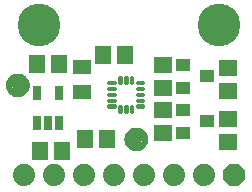
<source format=gbr>
G04 EAGLE Gerber RS-274X export*
G75*
%MOMM*%
%FSLAX34Y34*%
%LPD*%
%INSoldermask Top*%
%IPPOS*%
%AMOC8*
5,1,8,0,0,1.08239X$1,22.5*%
G01*
%ADD10C,0.225022*%
%ADD11R,1.401600X1.601600*%
%ADD12R,0.651600X1.301600*%
%ADD13R,1.601600X1.401600*%
%ADD14R,1.301600X1.101600*%
%ADD15C,1.101600*%
%ADD16C,0.500000*%
%ADD17C,3.617600*%
%ADD18R,1.601600X1.301600*%
%ADD19P,2.034460X8X292.500000*%
%ADD20C,1.879600*%


D10*
X89528Y103347D02*
X84262Y103347D01*
X84262Y104613D01*
X89528Y104613D01*
X89528Y103347D01*
X89528Y98347D02*
X84262Y98347D01*
X84262Y99613D01*
X89528Y99613D01*
X89528Y98347D01*
X89528Y93347D02*
X84262Y93347D01*
X84262Y94613D01*
X89528Y94613D01*
X89528Y93347D01*
X89528Y88347D02*
X84262Y88347D01*
X84262Y89613D01*
X89528Y89613D01*
X89528Y88347D01*
X89528Y83347D02*
X84262Y83347D01*
X84262Y84613D01*
X89528Y84613D01*
X89528Y83347D01*
X94693Y84448D02*
X94693Y79182D01*
X93427Y79182D01*
X93427Y84448D01*
X94693Y84448D01*
X94693Y81319D02*
X93427Y81319D01*
X93427Y83456D02*
X94693Y83456D01*
X99693Y84448D02*
X99693Y79182D01*
X98427Y79182D01*
X98427Y84448D01*
X99693Y84448D01*
X99693Y81319D02*
X98427Y81319D01*
X98427Y83456D02*
X99693Y83456D01*
X104693Y84448D02*
X104693Y79182D01*
X103427Y79182D01*
X103427Y84448D01*
X104693Y84448D01*
X104693Y81319D02*
X103427Y81319D01*
X103427Y83456D02*
X104693Y83456D01*
X108592Y84613D02*
X113858Y84613D01*
X113858Y83347D01*
X108592Y83347D01*
X108592Y84613D01*
X108592Y89613D02*
X113858Y89613D01*
X113858Y88347D01*
X108592Y88347D01*
X108592Y89613D01*
X108592Y94613D02*
X113858Y94613D01*
X113858Y93347D01*
X108592Y93347D01*
X108592Y94613D01*
X108592Y99613D02*
X113858Y99613D01*
X113858Y98347D01*
X108592Y98347D01*
X108592Y99613D01*
X108592Y104613D02*
X113858Y104613D01*
X113858Y103347D01*
X108592Y103347D01*
X108592Y104613D01*
X103427Y103512D02*
X103427Y108778D01*
X104693Y108778D01*
X104693Y103512D01*
X103427Y103512D01*
X103427Y105649D02*
X104693Y105649D01*
X104693Y107786D02*
X103427Y107786D01*
X98427Y108778D02*
X98427Y103512D01*
X98427Y108778D02*
X99693Y108778D01*
X99693Y103512D01*
X98427Y103512D01*
X98427Y105649D02*
X99693Y105649D01*
X99693Y107786D02*
X98427Y107786D01*
X93427Y108778D02*
X93427Y103512D01*
X93427Y108778D02*
X94693Y108778D01*
X94693Y103512D01*
X93427Y103512D01*
X93427Y105649D02*
X94693Y105649D01*
X94693Y107786D02*
X93427Y107786D01*
D11*
X79400Y127000D03*
X98400Y127000D03*
X26060Y45720D03*
X45060Y45720D03*
D12*
X23520Y69549D03*
X33020Y69549D03*
X42520Y69549D03*
X42520Y95551D03*
X23520Y95551D03*
D13*
X185420Y116180D03*
X185420Y97180D03*
X185420Y73000D03*
X185420Y54000D03*
X130810Y80620D03*
X130810Y61620D03*
X130810Y99720D03*
X130810Y118720D03*
D14*
X167480Y109220D03*
X147480Y99720D03*
X147480Y118720D03*
X167480Y71120D03*
X147480Y61620D03*
X147480Y80620D03*
D11*
X23520Y119380D03*
X42520Y119380D03*
D15*
X7620Y101600D03*
D16*
X7620Y109100D02*
X7439Y109098D01*
X7258Y109091D01*
X7077Y109080D01*
X6896Y109065D01*
X6716Y109045D01*
X6536Y109021D01*
X6357Y108993D01*
X6179Y108960D01*
X6002Y108923D01*
X5825Y108882D01*
X5650Y108837D01*
X5475Y108787D01*
X5302Y108733D01*
X5131Y108675D01*
X4960Y108613D01*
X4792Y108546D01*
X4625Y108476D01*
X4459Y108402D01*
X4296Y108323D01*
X4135Y108241D01*
X3975Y108155D01*
X3818Y108065D01*
X3663Y107971D01*
X3510Y107874D01*
X3360Y107772D01*
X3212Y107668D01*
X3066Y107559D01*
X2924Y107448D01*
X2784Y107332D01*
X2647Y107214D01*
X2512Y107092D01*
X2381Y106967D01*
X2253Y106839D01*
X2128Y106708D01*
X2006Y106573D01*
X1888Y106436D01*
X1772Y106296D01*
X1661Y106154D01*
X1552Y106008D01*
X1448Y105860D01*
X1346Y105710D01*
X1249Y105557D01*
X1155Y105402D01*
X1065Y105245D01*
X979Y105085D01*
X897Y104924D01*
X818Y104761D01*
X744Y104595D01*
X674Y104428D01*
X607Y104260D01*
X545Y104089D01*
X487Y103918D01*
X433Y103745D01*
X383Y103570D01*
X338Y103395D01*
X297Y103218D01*
X260Y103041D01*
X227Y102863D01*
X199Y102684D01*
X175Y102504D01*
X155Y102324D01*
X140Y102143D01*
X129Y101962D01*
X122Y101781D01*
X120Y101600D01*
X7620Y109100D02*
X7801Y109098D01*
X7982Y109091D01*
X8163Y109080D01*
X8344Y109065D01*
X8524Y109045D01*
X8704Y109021D01*
X8883Y108993D01*
X9061Y108960D01*
X9238Y108923D01*
X9415Y108882D01*
X9590Y108837D01*
X9765Y108787D01*
X9938Y108733D01*
X10109Y108675D01*
X10280Y108613D01*
X10448Y108546D01*
X10615Y108476D01*
X10781Y108402D01*
X10944Y108323D01*
X11105Y108241D01*
X11265Y108155D01*
X11422Y108065D01*
X11577Y107971D01*
X11730Y107874D01*
X11880Y107772D01*
X12028Y107668D01*
X12174Y107559D01*
X12316Y107448D01*
X12456Y107332D01*
X12593Y107214D01*
X12728Y107092D01*
X12859Y106967D01*
X12987Y106839D01*
X13112Y106708D01*
X13234Y106573D01*
X13352Y106436D01*
X13468Y106296D01*
X13579Y106154D01*
X13688Y106008D01*
X13792Y105860D01*
X13894Y105710D01*
X13991Y105557D01*
X14085Y105402D01*
X14175Y105245D01*
X14261Y105085D01*
X14343Y104924D01*
X14422Y104761D01*
X14496Y104595D01*
X14566Y104428D01*
X14633Y104260D01*
X14695Y104089D01*
X14753Y103918D01*
X14807Y103745D01*
X14857Y103570D01*
X14902Y103395D01*
X14943Y103218D01*
X14980Y103041D01*
X15013Y102863D01*
X15041Y102684D01*
X15065Y102504D01*
X15085Y102324D01*
X15100Y102143D01*
X15111Y101962D01*
X15118Y101781D01*
X15120Y101600D01*
X15118Y101419D01*
X15111Y101238D01*
X15100Y101057D01*
X15085Y100876D01*
X15065Y100696D01*
X15041Y100516D01*
X15013Y100337D01*
X14980Y100159D01*
X14943Y99982D01*
X14902Y99805D01*
X14857Y99630D01*
X14807Y99455D01*
X14753Y99282D01*
X14695Y99111D01*
X14633Y98940D01*
X14566Y98772D01*
X14496Y98605D01*
X14422Y98439D01*
X14343Y98276D01*
X14261Y98115D01*
X14175Y97955D01*
X14085Y97798D01*
X13991Y97643D01*
X13894Y97490D01*
X13792Y97340D01*
X13688Y97192D01*
X13579Y97046D01*
X13468Y96904D01*
X13352Y96764D01*
X13234Y96627D01*
X13112Y96492D01*
X12987Y96361D01*
X12859Y96233D01*
X12728Y96108D01*
X12593Y95986D01*
X12456Y95868D01*
X12316Y95752D01*
X12174Y95641D01*
X12028Y95532D01*
X11880Y95428D01*
X11730Y95326D01*
X11577Y95229D01*
X11422Y95135D01*
X11265Y95045D01*
X11105Y94959D01*
X10944Y94877D01*
X10781Y94798D01*
X10615Y94724D01*
X10448Y94654D01*
X10280Y94587D01*
X10109Y94525D01*
X9938Y94467D01*
X9765Y94413D01*
X9590Y94363D01*
X9415Y94318D01*
X9238Y94277D01*
X9061Y94240D01*
X8883Y94207D01*
X8704Y94179D01*
X8524Y94155D01*
X8344Y94135D01*
X8163Y94120D01*
X7982Y94109D01*
X7801Y94102D01*
X7620Y94100D01*
X7439Y94102D01*
X7258Y94109D01*
X7077Y94120D01*
X6896Y94135D01*
X6716Y94155D01*
X6536Y94179D01*
X6357Y94207D01*
X6179Y94240D01*
X6002Y94277D01*
X5825Y94318D01*
X5650Y94363D01*
X5475Y94413D01*
X5302Y94467D01*
X5131Y94525D01*
X4960Y94587D01*
X4792Y94654D01*
X4625Y94724D01*
X4459Y94798D01*
X4296Y94877D01*
X4135Y94959D01*
X3975Y95045D01*
X3818Y95135D01*
X3663Y95229D01*
X3510Y95326D01*
X3360Y95428D01*
X3212Y95532D01*
X3066Y95641D01*
X2924Y95752D01*
X2784Y95868D01*
X2647Y95986D01*
X2512Y96108D01*
X2381Y96233D01*
X2253Y96361D01*
X2128Y96492D01*
X2006Y96627D01*
X1888Y96764D01*
X1772Y96904D01*
X1661Y97046D01*
X1552Y97192D01*
X1448Y97340D01*
X1346Y97490D01*
X1249Y97643D01*
X1155Y97798D01*
X1065Y97955D01*
X979Y98115D01*
X897Y98276D01*
X818Y98439D01*
X744Y98605D01*
X674Y98772D01*
X607Y98940D01*
X545Y99111D01*
X487Y99282D01*
X433Y99455D01*
X383Y99630D01*
X338Y99805D01*
X297Y99982D01*
X260Y100159D01*
X227Y100337D01*
X199Y100516D01*
X175Y100696D01*
X155Y100876D01*
X140Y101057D01*
X129Y101238D01*
X122Y101419D01*
X120Y101600D01*
D15*
X107950Y55880D03*
D16*
X107950Y63380D02*
X107769Y63378D01*
X107588Y63371D01*
X107407Y63360D01*
X107226Y63345D01*
X107046Y63325D01*
X106866Y63301D01*
X106687Y63273D01*
X106509Y63240D01*
X106332Y63203D01*
X106155Y63162D01*
X105980Y63117D01*
X105805Y63067D01*
X105632Y63013D01*
X105461Y62955D01*
X105290Y62893D01*
X105122Y62826D01*
X104955Y62756D01*
X104789Y62682D01*
X104626Y62603D01*
X104465Y62521D01*
X104305Y62435D01*
X104148Y62345D01*
X103993Y62251D01*
X103840Y62154D01*
X103690Y62052D01*
X103542Y61948D01*
X103396Y61839D01*
X103254Y61728D01*
X103114Y61612D01*
X102977Y61494D01*
X102842Y61372D01*
X102711Y61247D01*
X102583Y61119D01*
X102458Y60988D01*
X102336Y60853D01*
X102218Y60716D01*
X102102Y60576D01*
X101991Y60434D01*
X101882Y60288D01*
X101778Y60140D01*
X101676Y59990D01*
X101579Y59837D01*
X101485Y59682D01*
X101395Y59525D01*
X101309Y59365D01*
X101227Y59204D01*
X101148Y59041D01*
X101074Y58875D01*
X101004Y58708D01*
X100937Y58540D01*
X100875Y58369D01*
X100817Y58198D01*
X100763Y58025D01*
X100713Y57850D01*
X100668Y57675D01*
X100627Y57498D01*
X100590Y57321D01*
X100557Y57143D01*
X100529Y56964D01*
X100505Y56784D01*
X100485Y56604D01*
X100470Y56423D01*
X100459Y56242D01*
X100452Y56061D01*
X100450Y55880D01*
X107950Y63380D02*
X108131Y63378D01*
X108312Y63371D01*
X108493Y63360D01*
X108674Y63345D01*
X108854Y63325D01*
X109034Y63301D01*
X109213Y63273D01*
X109391Y63240D01*
X109568Y63203D01*
X109745Y63162D01*
X109920Y63117D01*
X110095Y63067D01*
X110268Y63013D01*
X110439Y62955D01*
X110610Y62893D01*
X110778Y62826D01*
X110945Y62756D01*
X111111Y62682D01*
X111274Y62603D01*
X111435Y62521D01*
X111595Y62435D01*
X111752Y62345D01*
X111907Y62251D01*
X112060Y62154D01*
X112210Y62052D01*
X112358Y61948D01*
X112504Y61839D01*
X112646Y61728D01*
X112786Y61612D01*
X112923Y61494D01*
X113058Y61372D01*
X113189Y61247D01*
X113317Y61119D01*
X113442Y60988D01*
X113564Y60853D01*
X113682Y60716D01*
X113798Y60576D01*
X113909Y60434D01*
X114018Y60288D01*
X114122Y60140D01*
X114224Y59990D01*
X114321Y59837D01*
X114415Y59682D01*
X114505Y59525D01*
X114591Y59365D01*
X114673Y59204D01*
X114752Y59041D01*
X114826Y58875D01*
X114896Y58708D01*
X114963Y58540D01*
X115025Y58369D01*
X115083Y58198D01*
X115137Y58025D01*
X115187Y57850D01*
X115232Y57675D01*
X115273Y57498D01*
X115310Y57321D01*
X115343Y57143D01*
X115371Y56964D01*
X115395Y56784D01*
X115415Y56604D01*
X115430Y56423D01*
X115441Y56242D01*
X115448Y56061D01*
X115450Y55880D01*
X115448Y55699D01*
X115441Y55518D01*
X115430Y55337D01*
X115415Y55156D01*
X115395Y54976D01*
X115371Y54796D01*
X115343Y54617D01*
X115310Y54439D01*
X115273Y54262D01*
X115232Y54085D01*
X115187Y53910D01*
X115137Y53735D01*
X115083Y53562D01*
X115025Y53391D01*
X114963Y53220D01*
X114896Y53052D01*
X114826Y52885D01*
X114752Y52719D01*
X114673Y52556D01*
X114591Y52395D01*
X114505Y52235D01*
X114415Y52078D01*
X114321Y51923D01*
X114224Y51770D01*
X114122Y51620D01*
X114018Y51472D01*
X113909Y51326D01*
X113798Y51184D01*
X113682Y51044D01*
X113564Y50907D01*
X113442Y50772D01*
X113317Y50641D01*
X113189Y50513D01*
X113058Y50388D01*
X112923Y50266D01*
X112786Y50148D01*
X112646Y50032D01*
X112504Y49921D01*
X112358Y49812D01*
X112210Y49708D01*
X112060Y49606D01*
X111907Y49509D01*
X111752Y49415D01*
X111595Y49325D01*
X111435Y49239D01*
X111274Y49157D01*
X111111Y49078D01*
X110945Y49004D01*
X110778Y48934D01*
X110610Y48867D01*
X110439Y48805D01*
X110268Y48747D01*
X110095Y48693D01*
X109920Y48643D01*
X109745Y48598D01*
X109568Y48557D01*
X109391Y48520D01*
X109213Y48487D01*
X109034Y48459D01*
X108854Y48435D01*
X108674Y48415D01*
X108493Y48400D01*
X108312Y48389D01*
X108131Y48382D01*
X107950Y48380D01*
X107769Y48382D01*
X107588Y48389D01*
X107407Y48400D01*
X107226Y48415D01*
X107046Y48435D01*
X106866Y48459D01*
X106687Y48487D01*
X106509Y48520D01*
X106332Y48557D01*
X106155Y48598D01*
X105980Y48643D01*
X105805Y48693D01*
X105632Y48747D01*
X105461Y48805D01*
X105290Y48867D01*
X105122Y48934D01*
X104955Y49004D01*
X104789Y49078D01*
X104626Y49157D01*
X104465Y49239D01*
X104305Y49325D01*
X104148Y49415D01*
X103993Y49509D01*
X103840Y49606D01*
X103690Y49708D01*
X103542Y49812D01*
X103396Y49921D01*
X103254Y50032D01*
X103114Y50148D01*
X102977Y50266D01*
X102842Y50388D01*
X102711Y50513D01*
X102583Y50641D01*
X102458Y50772D01*
X102336Y50907D01*
X102218Y51044D01*
X102102Y51184D01*
X101991Y51326D01*
X101882Y51472D01*
X101778Y51620D01*
X101676Y51770D01*
X101579Y51923D01*
X101485Y52078D01*
X101395Y52235D01*
X101309Y52395D01*
X101227Y52556D01*
X101148Y52719D01*
X101074Y52885D01*
X101004Y53052D01*
X100937Y53220D01*
X100875Y53391D01*
X100817Y53562D01*
X100763Y53735D01*
X100713Y53910D01*
X100668Y54085D01*
X100627Y54262D01*
X100590Y54439D01*
X100557Y54617D01*
X100529Y54796D01*
X100505Y54976D01*
X100485Y55156D01*
X100470Y55337D01*
X100459Y55518D01*
X100452Y55699D01*
X100450Y55880D01*
D17*
X25400Y152400D03*
X177800Y152400D03*
D18*
X62230Y96180D03*
X62230Y117180D03*
D19*
X190500Y25400D03*
D20*
X165100Y25400D03*
X139700Y25400D03*
X114300Y25400D03*
X88900Y25400D03*
X63500Y25400D03*
X38100Y25400D03*
X12700Y25400D03*
D11*
X83160Y55880D03*
X64160Y55880D03*
M02*

</source>
